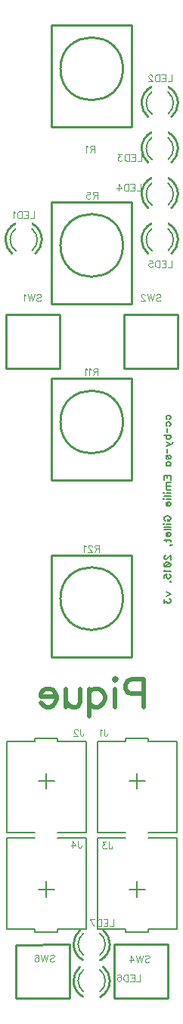
<source format=gbo>
G04 DipTrace 3.3.0.0*
G04 uPeaks.GBO*
%MOIN*%
G04 #@! TF.FileFunction,Legend,Bot*
G04 #@! TF.Part,Single*
%ADD10C,0.009843*%
%ADD20C,0.01*%
%ADD21C,0.006*%
%ADD34C,0.005984*%
%ADD90C,0.004632*%
%ADD91C,0.02*%
%FSLAX26Y26*%
G04*
G70*
G90*
G75*
G01*
G04 BotSilk*
%LPD*%
X1026198Y1369321D2*
D21*
X956163D1*
X991163Y1334374D2*
Y1404317D1*
X941148Y1544204D2*
X816163D1*
X1041178D2*
X1166163D1*
X1041178Y1144195D2*
X1166163D1*
X941148D2*
X816163D1*
Y1544204D1*
X1166163D2*
Y1144195D1*
X1041178Y1544204D2*
D34*
Y1556678D1*
X941148D1*
Y1544204D1*
X626198Y1369321D2*
D21*
X556163D1*
X591163Y1334374D2*
Y1404317D1*
X541148Y1544204D2*
X416163D1*
X641178D2*
X766163D1*
X641178Y1144195D2*
X766163D1*
X541148D2*
X416163D1*
Y1544204D1*
X766163D2*
Y1144195D1*
X641178Y1544204D2*
D34*
Y1556678D1*
X541148D1*
Y1544204D1*
X956128Y894079D2*
D21*
X1026163D1*
X991163Y929026D2*
Y859082D1*
X1041178Y719195D2*
X1166163D1*
X941148D2*
X816163D1*
X941148Y1119205D2*
X816163D1*
X1041178D2*
X1166163D1*
Y719195D1*
X816163D2*
Y1119205D1*
X941148Y719195D2*
D34*
Y706721D1*
X1041178D1*
Y719195D1*
X556128Y894079D2*
D21*
X626163D1*
X591163Y929026D2*
Y859082D1*
X641178Y719195D2*
X766163D1*
X541148D2*
X416163D1*
X541148Y1119205D2*
X416163D1*
X641178D2*
X766163D1*
Y719195D1*
X416163D2*
Y1119205D1*
X541148Y719195D2*
D34*
Y706721D1*
X641178D1*
Y719195D1*
X431163Y3744203D2*
D21*
G03X456283Y3695375I60069J27D01*
G01*
X455163Y3792204D2*
G03X431163Y3744203I36020J-48010D01*
G01*
X551163D2*
G02X527995Y3696841I-59937J-28D01*
G01*
Y3791564D2*
G02X551163Y3744203I-36769J-47334D01*
G01*
X411163D2*
D20*
G03X439947Y3682739I80032J8D01*
G01*
X453515Y3814793D2*
G03X411163Y3744203I37715J-70628D01*
G01*
X571163D2*
G02X542843Y3683129I-79993J-10D01*
G01*
X530859Y3813654D2*
G02X571163Y3744203I-39638J-69423D01*
G01*
X1031163Y4344203D2*
D21*
G03X1056283Y4295375I60069J27D01*
G01*
X1055163Y4392204D2*
G03X1031163Y4344203I36020J-48010D01*
G01*
X1151163D2*
G02X1127995Y4296841I-59937J-28D01*
G01*
Y4391564D2*
G02X1151163Y4344203I-36769J-47334D01*
G01*
X1011163D2*
D20*
G03X1039947Y4282739I80032J8D01*
G01*
X1053515Y4414793D2*
G03X1011163Y4344203I37715J-70628D01*
G01*
X1171163D2*
G02X1142843Y4283129I-79993J-10D01*
G01*
X1130859Y4413654D2*
G02X1171163Y4344203I-39638J-69423D01*
G01*
X1031163Y4144203D2*
D21*
G03X1056283Y4095375I60069J27D01*
G01*
X1055163Y4192204D2*
G03X1031163Y4144203I36020J-48010D01*
G01*
X1151163D2*
G02X1127995Y4096841I-59937J-28D01*
G01*
Y4191564D2*
G02X1151163Y4144203I-36769J-47334D01*
G01*
X1011163D2*
D20*
G03X1039947Y4082739I80032J8D01*
G01*
X1053515Y4214793D2*
G03X1011163Y4144203I37715J-70628D01*
G01*
X1171163D2*
G02X1142843Y4083129I-79993J-10D01*
G01*
X1130859Y4213654D2*
G02X1171163Y4144203I-39638J-69423D01*
G01*
X1031163Y3944203D2*
D21*
G03X1056283Y3895375I60069J27D01*
G01*
X1055163Y3992204D2*
G03X1031163Y3944203I36020J-48010D01*
G01*
X1151163D2*
G02X1127995Y3896841I-59937J-28D01*
G01*
Y3991564D2*
G02X1151163Y3944203I-36769J-47334D01*
G01*
X1011163D2*
D20*
G03X1039947Y3882739I80032J8D01*
G01*
X1053515Y4014793D2*
G03X1011163Y3944203I37715J-70628D01*
G01*
X1171163D2*
G02X1142843Y3883129I-79993J-10D01*
G01*
X1130859Y4013654D2*
G02X1171163Y3944203I-39638J-69423D01*
G01*
X1031163Y3744203D2*
D21*
G03X1056283Y3695375I60069J27D01*
G01*
X1055163Y3792204D2*
G03X1031163Y3744203I36020J-48010D01*
G01*
X1151163D2*
G02X1127995Y3696841I-59937J-28D01*
G01*
Y3791564D2*
G02X1151163Y3744203I-36769J-47334D01*
G01*
X1011163D2*
D20*
G03X1039947Y3682739I80032J8D01*
G01*
X1053515Y3814793D2*
G03X1011163Y3744203I37715J-70628D01*
G01*
X1171163D2*
G02X1142843Y3683129I-79993J-10D01*
G01*
X1130859Y3813654D2*
G02X1171163Y3744203I-39638J-69423D01*
G01*
X851163Y492055D2*
D21*
G03X826043Y540883I-60069J-27D01*
G01*
X827163Y444053D2*
G03X851163Y492055I-36020J48010D01*
G01*
X731163D2*
G02X754331Y539416I59937J28D01*
G01*
Y444693D2*
G02X731163Y492055I36769J47334D01*
G01*
X871163D2*
D20*
G03X842379Y553519I-80032J-8D01*
G01*
X828811Y421465D2*
G03X871163Y492055I-37715J70628D01*
G01*
X711163D2*
G02X739483Y553129I79992J10D01*
G01*
X751467Y422603D2*
G02X711163Y492055I39638J69423D01*
G01*
X851163Y652856D2*
D21*
G03X826043Y701684I-60069J-27D01*
G01*
X827163Y604855D2*
G03X851163Y652856I-36020J48010D01*
G01*
X731163D2*
G02X754331Y700218I59937J28D01*
G01*
Y605495D2*
G02X731163Y652856I36769J47334D01*
G01*
X871163D2*
D20*
G03X842379Y714320I-80032J-8D01*
G01*
X828811Y582266D2*
G03X871163Y652856I-37715J70628D01*
G01*
X711163D2*
G02X739483Y713930I79992J10D01*
G01*
X751467Y583405D2*
G02X711163Y652856I39638J69423D01*
G01*
X968297Y4685143D2*
D10*
X614029D1*
Y4238267D1*
X968297D1*
Y4685143D1*
X653371Y4494203D2*
G02X653371Y4494203I137768J0D01*
G01*
X968297Y3910143D2*
X614029D1*
Y3463267D1*
X968297D1*
Y3910143D1*
X653371Y3719203D2*
G02X653371Y3719203I137768J0D01*
G01*
X968297Y3135143D2*
X614029D1*
Y2688267D1*
X968297D1*
Y3135143D1*
X653371Y2944203D2*
G02X653371Y2944203I137768J0D01*
G01*
X968297Y2360143D2*
X614029D1*
Y1913267D1*
X968297D1*
Y2360143D1*
X653371Y2169203D2*
G02X653371Y2169203I137768J0D01*
G01*
X413166Y3180215D2*
X649372Y3180573D1*
X649002Y3416800D1*
X412771Y3416377D1*
X413166Y3180215D1*
X1169160Y3416764D2*
X932953Y3416406D1*
X933323Y3180179D1*
X1169554Y3180602D1*
X1169160Y3416764D1*
X890333Y651433D2*
X890691Y415226D1*
X1126918Y415596D1*
X1126495Y651827D1*
X890333Y651433D1*
X456004Y650817D2*
X456362Y414611D1*
X692589Y414981D1*
X692166Y651212D1*
X456004Y650817D1*
X845637Y1596761D2*
D90*
Y1573813D1*
X847063Y1569502D1*
X848522Y1568076D1*
X851374Y1566617D1*
X854259D1*
X857111Y1568076D1*
X858537Y1569502D1*
X859996Y1573813D1*
Y1576665D1*
X836373Y1590991D2*
X833488Y1592450D1*
X829177Y1596727D1*
Y1566617D1*
X740798Y1596761D2*
Y1573813D1*
X742224Y1569502D1*
X743683Y1568076D1*
X746535Y1566617D1*
X749420D1*
X752272Y1568076D1*
X753698Y1569502D1*
X755157Y1573813D1*
Y1576665D1*
X730076Y1589565D2*
Y1590991D1*
X728650Y1593876D1*
X727224Y1595302D1*
X724339Y1596727D1*
X718602D1*
X715750Y1595302D1*
X714324Y1593876D1*
X712865Y1590991D1*
Y1588139D1*
X714324Y1585254D1*
X717176Y1580976D1*
X731535Y1566617D1*
X711439D1*
X866893Y1101450D2*
Y1078502D1*
X868319Y1074191D1*
X869778Y1072765D1*
X872630Y1071306D1*
X875515D1*
X878367Y1072765D1*
X879793Y1074191D1*
X881252Y1078502D1*
Y1081354D1*
X854744Y1101416D2*
X838992D1*
X847581Y1089943D1*
X843270D1*
X840418Y1088517D1*
X838992Y1087091D1*
X837533Y1082780D1*
Y1079928D1*
X838992Y1075617D1*
X841844Y1072732D1*
X846155Y1071306D1*
X850466D1*
X854744Y1072732D1*
X856170Y1074191D1*
X857629Y1077043D1*
X731146Y1105891D2*
Y1082943D1*
X732572Y1078632D1*
X734031Y1077206D1*
X736883Y1075747D1*
X739768D1*
X742620Y1077206D1*
X744046Y1078632D1*
X745505Y1082943D1*
Y1085795D1*
X707524Y1075747D2*
Y1105857D1*
X721883Y1085795D1*
X700361D1*
X536628Y3868133D2*
Y3837989D1*
X519417D1*
X491517Y3868133D2*
X510154D1*
Y3837989D1*
X491517D1*
X510154Y3853774D2*
X498680D1*
X482253Y3868133D2*
Y3837989D1*
X472205D1*
X467894Y3839448D1*
X465009Y3842300D1*
X463583Y3845185D1*
X462157Y3849463D1*
Y3856659D1*
X463583Y3860970D1*
X465009Y3863822D1*
X467894Y3866707D1*
X472205Y3868133D1*
X482253D1*
X452894Y3862363D2*
X450009Y3863822D1*
X445697Y3868100D1*
Y3837989D1*
X1143078Y4468133D2*
Y4437989D1*
X1125867D1*
X1097967Y4468133D2*
X1116604D1*
Y4437989D1*
X1097967D1*
X1116604Y4453774D2*
X1105130D1*
X1088703Y4468133D2*
Y4437989D1*
X1078655D1*
X1074344Y4439448D1*
X1071459Y4442300D1*
X1070033Y4445185D1*
X1068607Y4449463D1*
Y4456659D1*
X1070033Y4460970D1*
X1071459Y4463822D1*
X1074344Y4466707D1*
X1078655Y4468133D1*
X1088703D1*
X1057884Y4460937D2*
Y4462363D1*
X1056458Y4465248D1*
X1055033Y4466674D1*
X1052147Y4468100D1*
X1046410D1*
X1043559Y4466674D1*
X1042133Y4465248D1*
X1040673Y4462363D1*
Y4459511D1*
X1042133Y4456626D1*
X1044985Y4452348D1*
X1059344Y4437989D1*
X1039248D1*
X1009826Y4120077D2*
Y4089933D1*
X992615D1*
X964715Y4120077D2*
X983352D1*
Y4089933D1*
X964715D1*
X983352Y4105718D2*
X971878D1*
X955451Y4120077D2*
Y4089933D1*
X945403D1*
X941092Y4091392D1*
X938207Y4094244D1*
X936781Y4097129D1*
X935355Y4101407D1*
Y4108603D1*
X936781Y4112914D1*
X938207Y4115766D1*
X941092Y4118651D1*
X945403Y4120077D1*
X955451D1*
X923206Y4120044D2*
X907455D1*
X916044Y4108570D1*
X911733D1*
X908881Y4107144D1*
X907455Y4105718D1*
X905996Y4101407D1*
Y4098555D1*
X907455Y4094244D1*
X910307Y4091359D1*
X914618Y4089933D1*
X918929D1*
X923206Y4091359D1*
X924632Y4092818D1*
X926092Y4095670D1*
X1006813Y3988153D2*
Y3958009D1*
X989602D1*
X961702Y3988153D2*
X980339D1*
Y3958009D1*
X961702D1*
X980339Y3973794D2*
X968865D1*
X952438Y3988153D2*
Y3958009D1*
X942390D1*
X938079Y3959468D1*
X935194Y3962320D1*
X933768Y3965205D1*
X932342Y3969483D1*
Y3976679D1*
X933768Y3980990D1*
X935194Y3983842D1*
X938079Y3986727D1*
X942390Y3988153D1*
X952438D1*
X908720Y3958009D2*
Y3988120D1*
X923079Y3968057D1*
X901557D1*
X1144917Y3653933D2*
Y3623789D1*
X1127706D1*
X1099805Y3653933D2*
X1118442D1*
Y3623789D1*
X1099805D1*
X1118442Y3639574D2*
X1106968D1*
X1090542Y3653933D2*
Y3623789D1*
X1080494D1*
X1076183Y3625248D1*
X1073298Y3628100D1*
X1071872Y3630985D1*
X1070446Y3635263D1*
Y3642459D1*
X1071872Y3646770D1*
X1073298Y3649622D1*
X1076183Y3652507D1*
X1080494Y3653933D1*
X1090542D1*
X1043971Y3653899D2*
X1058297D1*
X1059723Y3641000D1*
X1058297Y3642425D1*
X1053986Y3643885D1*
X1049708D1*
X1045397Y3642425D1*
X1042512Y3639574D1*
X1041086Y3635263D1*
Y3632411D1*
X1042512Y3628100D1*
X1045397Y3625215D1*
X1049708Y3623789D1*
X1053986D1*
X1058297Y3625215D1*
X1059723Y3626674D1*
X1061182Y3629526D1*
X1005035Y520601D2*
Y490457D1*
X987824D1*
X959923Y520601D2*
X978560D1*
Y490457D1*
X959923D1*
X978560Y506242D2*
X967086D1*
X950660Y520601D2*
Y490457D1*
X940612D1*
X936301Y491916D1*
X933416Y494768D1*
X931990Y497653D1*
X930564Y501931D1*
Y509127D1*
X931990Y513438D1*
X933416Y516290D1*
X936301Y519175D1*
X940612Y520601D1*
X950660D1*
X904089Y516290D2*
X905515Y519141D1*
X909826Y520567D1*
X912678D1*
X916989Y519141D1*
X919874Y514830D1*
X921300Y507667D1*
Y500505D1*
X919874Y494768D1*
X916989Y491883D1*
X912678Y490457D1*
X911252D1*
X906974Y491883D1*
X904089Y494768D1*
X902663Y499079D1*
Y500505D1*
X904089Y504816D1*
X906974Y507667D1*
X911252Y509093D1*
X912678D1*
X916989Y507667D1*
X919874Y504816D1*
X921300Y500505D1*
X888057Y761456D2*
Y731312D1*
X870846D1*
X842946Y761456D2*
X861583D1*
Y731312D1*
X842946D1*
X861583Y747097D2*
X850109D1*
X833682Y761456D2*
Y731312D1*
X823634D1*
X819323Y732771D1*
X816438Y735623D1*
X815012Y738508D1*
X813586Y742786D1*
Y749982D1*
X815012Y754293D1*
X816438Y757145D1*
X819323Y760030D1*
X823634Y761456D1*
X833682D1*
X798586Y731312D2*
X784227Y761423D1*
X804323D1*
X804195Y4142921D2*
X791295D1*
X786984Y4144380D1*
X785525Y4145806D1*
X784099Y4148658D1*
Y4151543D1*
X785525Y4154395D1*
X786984Y4155854D1*
X791295Y4157280D1*
X804195D1*
Y4127136D1*
X794147Y4142921D2*
X784099Y4127136D1*
X774836Y4151510D2*
X771951Y4152969D1*
X767640Y4157247D1*
Y4127136D1*
X815891Y3939718D2*
X802991D1*
X798680Y3941177D1*
X797220Y3942603D1*
X795795Y3945455D1*
Y3948340D1*
X797220Y3951192D1*
X798680Y3952651D1*
X802991Y3954077D1*
X815891D1*
Y3923933D1*
X805843Y3939718D2*
X795795Y3923933D1*
X769320Y3954044D2*
X783646D1*
X785072Y3941144D1*
X783646Y3942570D1*
X779335Y3944029D1*
X775057D1*
X770746Y3942570D1*
X767861Y3939718D1*
X766435Y3935407D1*
Y3932555D1*
X767861Y3928244D1*
X770746Y3925359D1*
X775057Y3923933D1*
X779335D1*
X783646Y3925359D1*
X785072Y3926818D1*
X786531Y3929670D1*
X817670Y3164718D2*
X804770D1*
X800459Y3166177D1*
X799000Y3167603D1*
X797574Y3170455D1*
Y3173340D1*
X799000Y3176192D1*
X800459Y3177651D1*
X804770Y3179077D1*
X817670D1*
Y3148933D1*
X807622Y3164718D2*
X797574Y3148933D1*
X788311Y3173307D2*
X785426Y3174766D1*
X781115Y3179044D1*
Y3148933D1*
X771851Y3173307D2*
X768966Y3174766D1*
X764655Y3179044D1*
Y3148933D1*
X824120Y2389718D2*
X811220D1*
X806909Y2391177D1*
X805450Y2392603D1*
X804024Y2395455D1*
Y2398340D1*
X805450Y2401192D1*
X806909Y2402651D1*
X811220Y2404077D1*
X824120D1*
Y2373933D1*
X814072Y2389718D2*
X804024Y2373933D1*
X793302Y2396881D2*
Y2398307D1*
X791876Y2401192D1*
X790450Y2402618D1*
X787565Y2404044D1*
X781828D1*
X778976Y2402618D1*
X777550Y2401192D1*
X776091Y2398307D1*
Y2395455D1*
X777550Y2392570D1*
X780402Y2388292D1*
X794761Y2373933D1*
X774665D1*
X765401Y2398307D2*
X762516Y2399766D1*
X758205Y2404044D1*
Y2373933D1*
X548257Y3500721D2*
X551109Y3503606D1*
X555420Y3505032D1*
X561157D1*
X565468Y3503606D1*
X568353Y3500721D1*
Y3497869D1*
X566894Y3494984D1*
X565468Y3493558D1*
X562616Y3492132D1*
X553994Y3489247D1*
X551109Y3487821D1*
X549683Y3486362D1*
X548257Y3483510D1*
Y3479199D1*
X551109Y3476347D1*
X555420Y3474888D1*
X561157D1*
X565468Y3476347D1*
X568353Y3479199D1*
X538993Y3505032D2*
X531797Y3474888D1*
X524634Y3505032D1*
X517471Y3474888D1*
X510275Y3505032D1*
X501011Y3499262D2*
X498126Y3500721D1*
X493815Y3504999D1*
Y3474888D1*
X1074864Y3500750D2*
X1077716Y3503635D1*
X1082027Y3505061D1*
X1087764D1*
X1092075Y3503635D1*
X1094960Y3500750D1*
Y3497898D1*
X1093501Y3495013D1*
X1092075Y3493587D1*
X1089223Y3492161D1*
X1080601Y3489276D1*
X1077716Y3487850D1*
X1076290Y3486391D1*
X1074864Y3483539D1*
Y3479228D1*
X1077716Y3476376D1*
X1082027Y3474917D1*
X1087764D1*
X1092075Y3476376D1*
X1094960Y3479228D1*
X1065601Y3505061D2*
X1058404Y3474917D1*
X1051241Y3505061D1*
X1044079Y3474917D1*
X1036882Y3505061D1*
X1026160Y3497865D2*
Y3499291D1*
X1024734Y3502176D1*
X1023308Y3503602D1*
X1020423Y3505028D1*
X1014686D1*
X1011834Y3503602D1*
X1010408Y3502176D1*
X1008949Y3499291D1*
Y3496439D1*
X1010408Y3493554D1*
X1013260Y3489276D1*
X1027619Y3474917D1*
X1007523D1*
X1025601Y599952D2*
X1028453Y602837D1*
X1032764Y604263D1*
X1038501D1*
X1042812Y602837D1*
X1045697Y599952D1*
Y597100D1*
X1044238Y594215D1*
X1042812Y592789D1*
X1039960Y591363D1*
X1031338Y588478D1*
X1028453Y587052D1*
X1027027Y585593D1*
X1025601Y582741D1*
Y578430D1*
X1028453Y575578D1*
X1032764Y574119D1*
X1038501D1*
X1042812Y575578D1*
X1045697Y578430D1*
X1016337Y604263D2*
X1009141Y574119D1*
X1001978Y604263D1*
X994815Y574119D1*
X987619Y604263D1*
X963997Y574119D2*
Y604230D1*
X978356Y584167D1*
X956834D1*
X605799Y602099D2*
X608650Y604984D1*
X612961Y606410D1*
X618698D1*
X623009Y604984D1*
X625895Y602099D1*
Y599247D1*
X624435Y596362D1*
X623009Y594936D1*
X620158Y593510D1*
X611536Y590625D1*
X608650Y589199D1*
X607225Y587740D1*
X605799Y584888D1*
Y580577D1*
X608650Y577725D1*
X612961Y576266D1*
X618698D1*
X623009Y577725D1*
X625895Y580577D1*
X596535Y606410D2*
X589339Y576266D1*
X582176Y606410D1*
X575013Y576266D1*
X567817Y606410D1*
X541342Y602099D2*
X542768Y604951D1*
X547079Y606377D1*
X549931D1*
X554242Y604951D1*
X557127Y600640D1*
X558553Y593477D1*
Y586314D1*
X557127Y580577D1*
X554242Y577692D1*
X549931Y576266D1*
X548505D1*
X544228Y577692D1*
X541342Y580577D1*
X539917Y584888D1*
Y586314D1*
X541342Y590625D1*
X544228Y593477D1*
X548505Y594903D1*
X549931D1*
X554242Y593477D1*
X557127Y590625D1*
X558553Y586314D1*
X1123714Y2956446D2*
D21*
X1120829Y2959331D1*
X1119403Y2962216D1*
Y2966494D1*
X1120829Y2969379D1*
X1123714Y2972231D1*
X1128025Y2973690D1*
X1130877D1*
X1135188Y2972231D1*
X1138040Y2969379D1*
X1139499Y2966494D1*
Y2962216D1*
X1138040Y2959331D1*
X1135188Y2956446D1*
X1123714Y2927202D2*
X1120829Y2930087D1*
X1119403Y2932972D1*
Y2937250D1*
X1120829Y2940135D1*
X1123714Y2942987D1*
X1128025Y2944446D1*
X1130877D1*
X1135188Y2942987D1*
X1138040Y2940135D1*
X1139499Y2937250D1*
Y2932972D1*
X1138040Y2930087D1*
X1135188Y2927202D1*
X1124444Y2915202D2*
Y2898621D1*
X1109355Y2886621D2*
X1139499D1*
X1123714D2*
X1120829Y2883736D1*
X1119403Y2880884D1*
Y2876573D1*
X1120829Y2873721D1*
X1123714Y2870836D1*
X1128025Y2869410D1*
X1130877D1*
X1135188Y2870836D1*
X1138040Y2873721D1*
X1139499Y2876573D1*
Y2880884D1*
X1138040Y2883736D1*
X1135188Y2886621D1*
X1119403Y2855951D2*
X1139499Y2847362D1*
X1145236Y2850214D1*
X1148121Y2853099D1*
X1149547Y2855951D1*
Y2857410D1*
X1119403Y2838740D2*
X1139499Y2847362D1*
X1124444Y2826740D2*
Y2810159D1*
X1123714Y2782374D2*
X1120829Y2783800D1*
X1119403Y2788111D1*
Y2792422D1*
X1120829Y2796733D1*
X1123714Y2798159D1*
X1126566Y2796733D1*
X1128025Y2793848D1*
X1129451Y2786685D1*
X1130877Y2783800D1*
X1133762Y2782374D1*
X1135188D1*
X1138040Y2783800D1*
X1139499Y2788111D1*
Y2792422D1*
X1138040Y2796733D1*
X1135188Y2798159D1*
X1119403Y2753163D2*
X1139499D1*
X1123714D2*
X1120829Y2756015D1*
X1119403Y2758900D1*
Y2763178D1*
X1120829Y2766063D1*
X1123714Y2768915D1*
X1128025Y2770374D1*
X1130877D1*
X1135188Y2768915D1*
X1138040Y2766063D1*
X1139499Y2763178D1*
Y2758900D1*
X1138040Y2756015D1*
X1135188Y2753163D1*
X1109355Y2690629D2*
Y2709266D1*
X1139499D1*
Y2690629D1*
X1123714Y2709266D2*
Y2697792D1*
X1119403Y2678629D2*
X1139499D1*
X1125140D2*
X1120829Y2674318D1*
X1119403Y2671433D1*
Y2667155D1*
X1120829Y2664270D1*
X1125140Y2662844D1*
X1139499D1*
X1125140D2*
X1120829Y2658533D1*
X1119403Y2655648D1*
Y2651370D1*
X1120829Y2648485D1*
X1125140Y2647026D1*
X1139499D1*
X1109355Y2635026D2*
X1110781Y2633600D1*
X1109355Y2632141D1*
X1107896Y2633600D1*
X1109355Y2635026D1*
X1119403Y2633600D2*
X1139499D1*
X1109355Y2620141D2*
X1139499D1*
X1109355Y2608141D2*
X1110781Y2606715D1*
X1109355Y2605256D1*
X1107896Y2606715D1*
X1109355Y2608141D1*
X1119403Y2606715D2*
X1139499D1*
X1128025Y2593256D2*
Y2576045D1*
X1125140D1*
X1122255Y2577471D1*
X1120829Y2578897D1*
X1119403Y2581782D1*
Y2586093D1*
X1120829Y2588945D1*
X1123714Y2591830D1*
X1128025Y2593256D1*
X1130877D1*
X1135188Y2591830D1*
X1138040Y2588945D1*
X1139499Y2586093D1*
Y2581782D1*
X1138040Y2578897D1*
X1135188Y2576045D1*
X1116518Y2510626D2*
X1113666Y2512052D1*
X1110781Y2514937D1*
X1109355Y2517789D1*
Y2523526D1*
X1110781Y2526411D1*
X1113666Y2529263D1*
X1116518Y2530722D1*
X1120829Y2532148D1*
X1128025D1*
X1132303Y2530722D1*
X1135188Y2529263D1*
X1138040Y2526411D1*
X1139499Y2523526D1*
Y2517789D1*
X1138040Y2514937D1*
X1135188Y2512052D1*
X1132303Y2510626D1*
X1128025D1*
Y2517789D1*
X1109355Y2498626D2*
X1110781Y2497200D1*
X1109355Y2495741D1*
X1107896Y2497200D1*
X1109355Y2498626D1*
X1119403Y2497200D2*
X1139499D1*
X1109355Y2483741D2*
X1139499D1*
X1109355Y2471741D2*
X1139499D1*
X1128025Y2459741D2*
Y2442530D1*
X1125140D1*
X1122255Y2443956D1*
X1120829Y2445382D1*
X1119403Y2448267D1*
Y2452578D1*
X1120829Y2455430D1*
X1123714Y2458315D1*
X1128025Y2459741D1*
X1130877D1*
X1135188Y2458315D1*
X1138040Y2455430D1*
X1139499Y2452578D1*
Y2448267D1*
X1138040Y2445382D1*
X1135188Y2442530D1*
X1109355Y2426219D2*
X1133762D1*
X1138040Y2424793D1*
X1139499Y2421908D1*
Y2419056D1*
X1119403Y2430530D2*
Y2420482D1*
X1138073Y2404171D2*
X1139499Y2405630D1*
X1138073Y2407056D1*
X1136614Y2405630D1*
X1138073Y2404171D1*
X1140925D1*
X1143810Y2405630D1*
X1145236Y2407056D1*
X1116552Y2358815D2*
X1115126D1*
X1112241Y2357389D1*
X1110815Y2355963D1*
X1109389Y2353078D1*
Y2347341D1*
X1110815Y2344489D1*
X1112241Y2343063D1*
X1115126Y2341604D1*
X1117977D1*
X1120863Y2343063D1*
X1125140Y2345915D1*
X1139499Y2360274D1*
Y2340178D1*
X1109389Y2319556D2*
X1110815Y2323867D1*
X1115126Y2326752D1*
X1122289Y2328178D1*
X1126600D1*
X1133762Y2326752D1*
X1138073Y2323867D1*
X1139499Y2319556D1*
Y2316704D1*
X1138073Y2312393D1*
X1133762Y2309541D1*
X1126600Y2308082D1*
X1122289D1*
X1115126Y2309541D1*
X1110815Y2312393D1*
X1109389Y2316704D1*
Y2319556D1*
X1115126Y2309541D2*
X1133762Y2326752D1*
X1115126Y2296082D2*
X1113666Y2293197D1*
X1109389Y2288886D1*
X1139499D1*
X1109389Y2259675D2*
Y2274001D1*
X1122289Y2275427D1*
X1120863Y2274001D1*
X1119403Y2269690D1*
Y2265412D1*
X1120863Y2261101D1*
X1123714Y2258216D1*
X1128025Y2256790D1*
X1130877D1*
X1135188Y2258216D1*
X1138073Y2261101D1*
X1139499Y2265412D1*
Y2269690D1*
X1138073Y2274001D1*
X1136614Y2275427D1*
X1133762Y2276886D1*
X1136614Y2243364D2*
X1138073Y2244790D1*
X1139499Y2243364D1*
X1138073Y2241905D1*
X1136614Y2243364D1*
X1119403Y2198008D2*
X1139499Y2189386D1*
X1119403Y2180797D1*
X1109389Y2165912D2*
Y2150160D1*
X1120863Y2158749D1*
Y2154438D1*
X1122289Y2151586D1*
X1123714Y2150160D1*
X1128025Y2148701D1*
X1130877D1*
X1135188Y2150160D1*
X1138074Y2153012D1*
X1139499Y2157323D1*
Y2161634D1*
X1138074Y2165912D1*
X1136614Y2167338D1*
X1133763Y2168797D1*
X1020547Y1751317D2*
D91*
X968815D1*
X951703Y1757020D1*
X945867Y1762857D1*
X940163Y1774264D1*
Y1791509D1*
X945867Y1802916D1*
X951703Y1808753D1*
X968815Y1814456D1*
X1020547D1*
Y1693880D1*
X900163Y1814456D2*
X894459Y1808753D1*
X888623Y1814456D1*
X894459Y1820293D1*
X900163Y1814456D1*
X894459Y1774264D2*
Y1693880D1*
X779779Y1774264D2*
Y1653688D1*
Y1757020D2*
X791187Y1768428D1*
X802727Y1774264D1*
X819971D1*
X831379Y1768428D1*
X842919Y1757020D1*
X848623Y1739776D1*
Y1728236D1*
X842919Y1711124D1*
X831379Y1699584D1*
X819971Y1693880D1*
X802727D1*
X791187Y1699584D1*
X779779Y1711124D1*
X739779Y1774264D2*
Y1716828D1*
X734075Y1699717D1*
X722535Y1693880D1*
X705291D1*
X693883Y1699717D1*
X676639Y1716828D1*
Y1774264D2*
Y1693880D1*
X636639Y1739776D2*
X567795D1*
Y1751317D1*
X573499Y1762857D1*
X579203Y1768561D1*
X590743Y1774264D1*
X607987D1*
X619395Y1768561D1*
X630935Y1757020D1*
X636639Y1739776D1*
Y1728369D1*
X630935Y1711124D1*
X619395Y1699717D1*
X607987Y1693880D1*
X590743D1*
X579203Y1699717D1*
X567795Y1711124D1*
M02*

</source>
